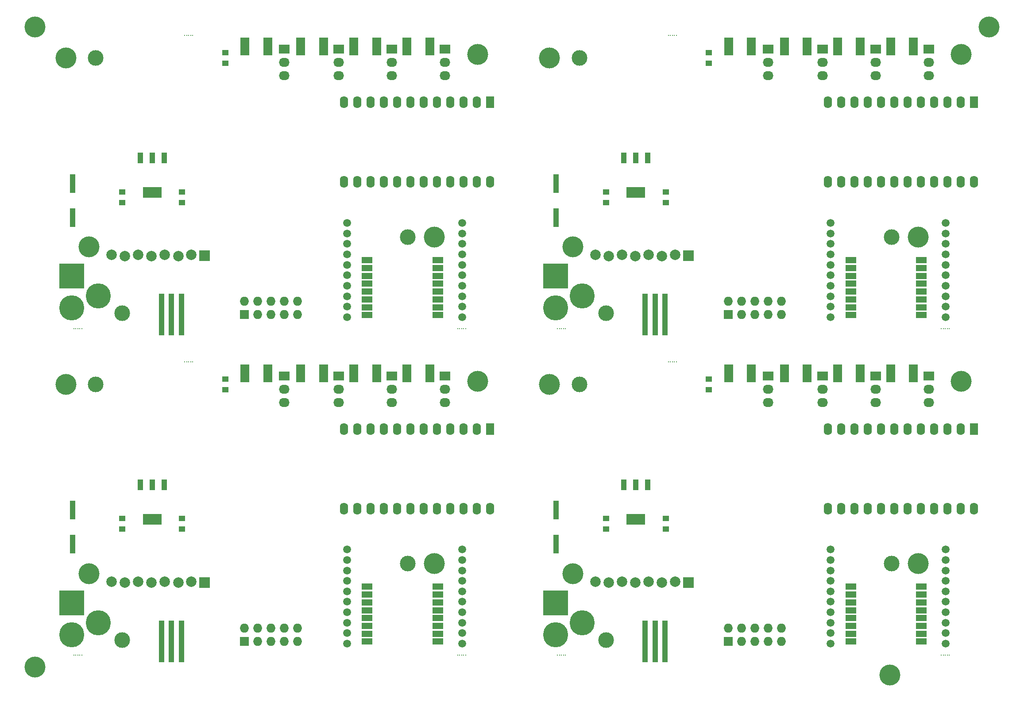
<source format=gts>
G04 #@! TF.FileFunction,Soldermask,Top*
%FSLAX46Y46*%
G04 Gerber Fmt 4.6, Leading zero omitted, Abs format (unit mm)*
G04 Created by KiCad (PCBNEW (2015-01-16 BZR 5376)-product) date 12/06/2015 15:21:38*
%MOMM*%
G01*
G04 APERTURE LIST*
%ADD10C,0.100000*%
%ADD11R,2.000000X1.200000*%
%ADD12R,1.000000X8.000000*%
%ADD13C,4.000000*%
%ADD14C,0.300000*%
%ADD15C,3.000000*%
%ADD16R,1.250000X1.000000*%
%ADD17R,1.780000X3.500000*%
%ADD18C,1.500000*%
%ADD19R,2.032000X1.727200*%
%ADD20O,2.032000X1.727200*%
%ADD21R,3.657600X2.032000*%
%ADD22R,1.016000X2.032000*%
%ADD23C,4.800600*%
%ADD24R,4.800600X4.800600*%
%ADD25R,1.727200X1.727200*%
%ADD26O,1.727200X1.727200*%
%ADD27R,1.100000X3.600000*%
%ADD28C,2.000000*%
%ADD29R,2.000000X2.000000*%
%ADD30R,1.574800X2.286000*%
%ADD31O,1.574800X2.286000*%
G04 APERTURE END LIST*
D10*
D11*
X124563000Y-152639000D03*
X124563000Y-151139000D03*
X124563000Y-149639000D03*
X124563000Y-148139000D03*
X124563000Y-146639000D03*
X124563000Y-145139000D03*
X124563000Y-143639000D03*
X124563000Y-142139000D03*
X111063000Y-142139000D03*
X111063000Y-143639000D03*
X111063000Y-145139000D03*
X111063000Y-146639000D03*
X111063000Y-148139000D03*
X111063000Y-149639000D03*
X111063000Y-151139000D03*
X111063000Y-152639000D03*
X217063000Y-152639000D03*
X217063000Y-151139000D03*
X217063000Y-149639000D03*
X217063000Y-148139000D03*
X217063000Y-146639000D03*
X217063000Y-145139000D03*
X217063000Y-143639000D03*
X217063000Y-142139000D03*
X203563000Y-142139000D03*
X203563000Y-143639000D03*
X203563000Y-145139000D03*
X203563000Y-146639000D03*
X203563000Y-148139000D03*
X203563000Y-149639000D03*
X203563000Y-151139000D03*
X203563000Y-152639000D03*
D12*
X164208000Y-152569000D03*
X166113000Y-152569000D03*
X168018000Y-152569000D03*
D11*
X217063000Y-90139000D03*
X217063000Y-88639000D03*
X217063000Y-87139000D03*
X217063000Y-85639000D03*
X217063000Y-84139000D03*
X217063000Y-82639000D03*
X217063000Y-81139000D03*
X217063000Y-79639000D03*
X203563000Y-79639000D03*
X203563000Y-81139000D03*
X203563000Y-82639000D03*
X203563000Y-84139000D03*
X203563000Y-85639000D03*
X203563000Y-87139000D03*
X203563000Y-88639000D03*
X203563000Y-90139000D03*
D12*
X164208000Y-90069000D03*
X166113000Y-90069000D03*
X168018000Y-90069000D03*
X71708000Y-152569000D03*
X73613000Y-152569000D03*
X75518000Y-152569000D03*
X71708000Y-90069000D03*
X73613000Y-90069000D03*
X75518000Y-90069000D03*
D11*
X124563000Y-90139000D03*
X124563000Y-88639000D03*
X124563000Y-87139000D03*
X124563000Y-85639000D03*
X124563000Y-84139000D03*
X124563000Y-82639000D03*
X124563000Y-81139000D03*
X124563000Y-79639000D03*
X111063000Y-79639000D03*
X111063000Y-81139000D03*
X111063000Y-82639000D03*
X111063000Y-84139000D03*
X111063000Y-85639000D03*
X111063000Y-87139000D03*
X111063000Y-88639000D03*
X111063000Y-90139000D03*
D13*
X47500000Y-157500000D03*
X230000000Y-35000000D03*
X211000000Y-159000000D03*
X47500000Y-35000000D03*
D14*
X77677000Y-99102000D03*
X77296000Y-99102000D03*
X76915000Y-99102000D03*
X76534000Y-99102000D03*
D15*
X118825000Y-137710000D03*
X64215000Y-152315000D03*
D16*
X83900000Y-104420000D03*
X83900000Y-102420000D03*
X75645000Y-131090000D03*
X75645000Y-129090000D03*
X64215000Y-129090000D03*
X64215000Y-131090000D03*
D13*
X123905000Y-137710000D03*
X57865000Y-139615000D03*
X132160000Y-102785000D03*
X53420000Y-103420000D03*
D17*
X92039000Y-101261000D03*
X87699000Y-101261000D03*
X112867000Y-101261000D03*
X108527000Y-101261000D03*
X102707000Y-101261000D03*
X98367000Y-101261000D03*
X123027000Y-101261000D03*
X118687000Y-101261000D03*
D18*
X129190000Y-153020000D03*
X129190000Y-151020000D03*
X129190000Y-149020000D03*
X129190000Y-147020000D03*
X129190000Y-145020000D03*
X129190000Y-143020000D03*
X129190000Y-141020000D03*
X129190000Y-139020000D03*
X129190000Y-137020000D03*
X129190000Y-135020000D03*
X107190000Y-135020000D03*
X107190000Y-137020000D03*
X107190000Y-139020000D03*
X107190000Y-141020000D03*
X107190000Y-143020000D03*
X107190000Y-145020000D03*
X107190000Y-147020000D03*
X107190000Y-149020000D03*
X107190000Y-151020000D03*
X107190000Y-153020000D03*
D19*
X95203000Y-101769000D03*
D20*
X95203000Y-104309000D03*
X95203000Y-106849000D03*
D19*
X125937000Y-101769000D03*
D20*
X125937000Y-104309000D03*
X125937000Y-106849000D03*
D19*
X115777000Y-101769000D03*
D20*
X115777000Y-104309000D03*
X115777000Y-106849000D03*
D19*
X105617000Y-101769000D03*
D20*
X105617000Y-104309000D03*
X105617000Y-106849000D03*
D21*
X69930000Y-129201000D03*
D22*
X69930000Y-122597000D03*
X67644000Y-122597000D03*
X72216000Y-122597000D03*
D23*
X54563000Y-151299000D03*
D24*
X54563000Y-145203000D03*
D23*
X59643000Y-149013000D03*
D25*
X87583000Y-152569000D03*
D26*
X87583000Y-150029000D03*
X90123000Y-152569000D03*
X90123000Y-150029000D03*
X92663000Y-152569000D03*
X92663000Y-150029000D03*
X95203000Y-152569000D03*
X95203000Y-150029000D03*
X97743000Y-152569000D03*
X97743000Y-150029000D03*
D27*
X54690000Y-133975000D03*
X54690000Y-127475000D03*
D15*
X59135000Y-103420000D03*
D28*
X62183000Y-141139000D03*
X64723000Y-141349000D03*
X67263000Y-141139000D03*
X69823000Y-141349000D03*
X72343000Y-141139000D03*
X74923000Y-141349000D03*
X77423000Y-141139000D03*
D29*
X79973000Y-141299000D03*
D14*
X76153000Y-99102000D03*
X128350000Y-155236000D03*
X128731000Y-155236000D03*
X129112000Y-155236000D03*
X129493000Y-155236000D03*
X129874000Y-155236000D03*
X54944000Y-155236000D03*
X55325000Y-155236000D03*
X55706000Y-155236000D03*
X56087000Y-155236000D03*
X56468000Y-155236000D03*
D30*
X134573000Y-111929000D03*
D31*
X132033000Y-111929000D03*
X129493000Y-111929000D03*
X126953000Y-111929000D03*
X124413000Y-111929000D03*
X121873000Y-111929000D03*
X119333000Y-111929000D03*
X116793000Y-111929000D03*
X114253000Y-111929000D03*
X111713000Y-111929000D03*
X109173000Y-111929000D03*
X106633000Y-111929000D03*
X106633000Y-127169000D03*
X109173000Y-127169000D03*
X111713000Y-127169000D03*
X114253000Y-127169000D03*
X116793000Y-127169000D03*
X119333000Y-127169000D03*
X121873000Y-127169000D03*
X124413000Y-127169000D03*
X126953000Y-127169000D03*
X129493000Y-127169000D03*
X132033000Y-127169000D03*
X134573000Y-127169000D03*
D30*
X227073000Y-111929000D03*
D31*
X224533000Y-111929000D03*
X221993000Y-111929000D03*
X219453000Y-111929000D03*
X216913000Y-111929000D03*
X214373000Y-111929000D03*
X211833000Y-111929000D03*
X209293000Y-111929000D03*
X206753000Y-111929000D03*
X204213000Y-111929000D03*
X201673000Y-111929000D03*
X199133000Y-111929000D03*
X199133000Y-127169000D03*
X201673000Y-127169000D03*
X204213000Y-127169000D03*
X206753000Y-127169000D03*
X209293000Y-127169000D03*
X211833000Y-127169000D03*
X214373000Y-127169000D03*
X216913000Y-127169000D03*
X219453000Y-127169000D03*
X221993000Y-127169000D03*
X224533000Y-127169000D03*
X227073000Y-127169000D03*
D14*
X148968000Y-155236000D03*
X148587000Y-155236000D03*
X148206000Y-155236000D03*
X147825000Y-155236000D03*
X147444000Y-155236000D03*
X222374000Y-155236000D03*
X221993000Y-155236000D03*
X221612000Y-155236000D03*
X221231000Y-155236000D03*
X220850000Y-155236000D03*
X168653000Y-99102000D03*
D28*
X154683000Y-141139000D03*
X157223000Y-141349000D03*
X159763000Y-141139000D03*
X162323000Y-141349000D03*
X164843000Y-141139000D03*
X167423000Y-141349000D03*
X169923000Y-141139000D03*
D29*
X172473000Y-141299000D03*
D15*
X151635000Y-103420000D03*
D27*
X147190000Y-133975000D03*
X147190000Y-127475000D03*
D25*
X180083000Y-152569000D03*
D26*
X180083000Y-150029000D03*
X182623000Y-152569000D03*
X182623000Y-150029000D03*
X185163000Y-152569000D03*
X185163000Y-150029000D03*
X187703000Y-152569000D03*
X187703000Y-150029000D03*
X190243000Y-152569000D03*
X190243000Y-150029000D03*
D23*
X147063000Y-151299000D03*
D24*
X147063000Y-145203000D03*
D23*
X152143000Y-149013000D03*
D21*
X162430000Y-129201000D03*
D22*
X162430000Y-122597000D03*
X160144000Y-122597000D03*
X164716000Y-122597000D03*
D19*
X198117000Y-101769000D03*
D20*
X198117000Y-104309000D03*
X198117000Y-106849000D03*
D19*
X208277000Y-101769000D03*
D20*
X208277000Y-104309000D03*
X208277000Y-106849000D03*
D19*
X218437000Y-101769000D03*
D20*
X218437000Y-104309000D03*
X218437000Y-106849000D03*
D19*
X187703000Y-101769000D03*
D20*
X187703000Y-104309000D03*
X187703000Y-106849000D03*
D18*
X221690000Y-153020000D03*
X221690000Y-151020000D03*
X221690000Y-149020000D03*
X221690000Y-147020000D03*
X221690000Y-145020000D03*
X221690000Y-143020000D03*
X221690000Y-141020000D03*
X221690000Y-139020000D03*
X221690000Y-137020000D03*
X221690000Y-135020000D03*
X199690000Y-135020000D03*
X199690000Y-137020000D03*
X199690000Y-139020000D03*
X199690000Y-141020000D03*
X199690000Y-143020000D03*
X199690000Y-145020000D03*
X199690000Y-147020000D03*
X199690000Y-149020000D03*
X199690000Y-151020000D03*
X199690000Y-153020000D03*
D17*
X215527000Y-101261000D03*
X211187000Y-101261000D03*
X195207000Y-101261000D03*
X190867000Y-101261000D03*
X205367000Y-101261000D03*
X201027000Y-101261000D03*
X184539000Y-101261000D03*
X180199000Y-101261000D03*
D13*
X145920000Y-103420000D03*
X224660000Y-102785000D03*
X150365000Y-139615000D03*
X216405000Y-137710000D03*
D16*
X156715000Y-129090000D03*
X156715000Y-131090000D03*
X168145000Y-131090000D03*
X168145000Y-129090000D03*
X176400000Y-104420000D03*
X176400000Y-102420000D03*
D15*
X156715000Y-152315000D03*
X211325000Y-137710000D03*
D14*
X169034000Y-99102000D03*
X169415000Y-99102000D03*
X169796000Y-99102000D03*
X170177000Y-99102000D03*
X170177000Y-36602000D03*
X169796000Y-36602000D03*
X169415000Y-36602000D03*
X169034000Y-36602000D03*
D15*
X211325000Y-75210000D03*
X156715000Y-89815000D03*
D16*
X176400000Y-41920000D03*
X176400000Y-39920000D03*
X168145000Y-68590000D03*
X168145000Y-66590000D03*
X156715000Y-66590000D03*
X156715000Y-68590000D03*
D13*
X216405000Y-75210000D03*
X150365000Y-77115000D03*
X224660000Y-40285000D03*
X145920000Y-40920000D03*
D17*
X184539000Y-38761000D03*
X180199000Y-38761000D03*
X205367000Y-38761000D03*
X201027000Y-38761000D03*
X195207000Y-38761000D03*
X190867000Y-38761000D03*
X215527000Y-38761000D03*
X211187000Y-38761000D03*
D18*
X221690000Y-90520000D03*
X221690000Y-88520000D03*
X221690000Y-86520000D03*
X221690000Y-84520000D03*
X221690000Y-82520000D03*
X221690000Y-80520000D03*
X221690000Y-78520000D03*
X221690000Y-76520000D03*
X221690000Y-74520000D03*
X221690000Y-72520000D03*
X199690000Y-72520000D03*
X199690000Y-74520000D03*
X199690000Y-76520000D03*
X199690000Y-78520000D03*
X199690000Y-80520000D03*
X199690000Y-82520000D03*
X199690000Y-84520000D03*
X199690000Y-86520000D03*
X199690000Y-88520000D03*
X199690000Y-90520000D03*
D19*
X187703000Y-39269000D03*
D20*
X187703000Y-41809000D03*
X187703000Y-44349000D03*
D19*
X218437000Y-39269000D03*
D20*
X218437000Y-41809000D03*
X218437000Y-44349000D03*
D19*
X208277000Y-39269000D03*
D20*
X208277000Y-41809000D03*
X208277000Y-44349000D03*
D19*
X198117000Y-39269000D03*
D20*
X198117000Y-41809000D03*
X198117000Y-44349000D03*
D21*
X162430000Y-66701000D03*
D22*
X162430000Y-60097000D03*
X160144000Y-60097000D03*
X164716000Y-60097000D03*
D23*
X147063000Y-88799000D03*
D24*
X147063000Y-82703000D03*
D23*
X152143000Y-86513000D03*
D25*
X180083000Y-90069000D03*
D26*
X180083000Y-87529000D03*
X182623000Y-90069000D03*
X182623000Y-87529000D03*
X185163000Y-90069000D03*
X185163000Y-87529000D03*
X187703000Y-90069000D03*
X187703000Y-87529000D03*
X190243000Y-90069000D03*
X190243000Y-87529000D03*
D27*
X147190000Y-71475000D03*
X147190000Y-64975000D03*
D15*
X151635000Y-40920000D03*
D28*
X154683000Y-78639000D03*
X157223000Y-78849000D03*
X159763000Y-78639000D03*
X162323000Y-78849000D03*
X164843000Y-78639000D03*
X167423000Y-78849000D03*
X169923000Y-78639000D03*
D29*
X172473000Y-78799000D03*
D14*
X168653000Y-36602000D03*
X220850000Y-92736000D03*
X221231000Y-92736000D03*
X221612000Y-92736000D03*
X221993000Y-92736000D03*
X222374000Y-92736000D03*
X147444000Y-92736000D03*
X147825000Y-92736000D03*
X148206000Y-92736000D03*
X148587000Y-92736000D03*
X148968000Y-92736000D03*
D30*
X227073000Y-49429000D03*
D31*
X224533000Y-49429000D03*
X221993000Y-49429000D03*
X219453000Y-49429000D03*
X216913000Y-49429000D03*
X214373000Y-49429000D03*
X211833000Y-49429000D03*
X209293000Y-49429000D03*
X206753000Y-49429000D03*
X204213000Y-49429000D03*
X201673000Y-49429000D03*
X199133000Y-49429000D03*
X199133000Y-64669000D03*
X201673000Y-64669000D03*
X204213000Y-64669000D03*
X206753000Y-64669000D03*
X209293000Y-64669000D03*
X211833000Y-64669000D03*
X214373000Y-64669000D03*
X216913000Y-64669000D03*
X219453000Y-64669000D03*
X221993000Y-64669000D03*
X224533000Y-64669000D03*
X227073000Y-64669000D03*
D30*
X134573000Y-49429000D03*
D31*
X132033000Y-49429000D03*
X129493000Y-49429000D03*
X126953000Y-49429000D03*
X124413000Y-49429000D03*
X121873000Y-49429000D03*
X119333000Y-49429000D03*
X116793000Y-49429000D03*
X114253000Y-49429000D03*
X111713000Y-49429000D03*
X109173000Y-49429000D03*
X106633000Y-49429000D03*
X106633000Y-64669000D03*
X109173000Y-64669000D03*
X111713000Y-64669000D03*
X114253000Y-64669000D03*
X116793000Y-64669000D03*
X119333000Y-64669000D03*
X121873000Y-64669000D03*
X124413000Y-64669000D03*
X126953000Y-64669000D03*
X129493000Y-64669000D03*
X132033000Y-64669000D03*
X134573000Y-64669000D03*
D14*
X56468000Y-92736000D03*
X56087000Y-92736000D03*
X55706000Y-92736000D03*
X55325000Y-92736000D03*
X54944000Y-92736000D03*
X129874000Y-92736000D03*
X129493000Y-92736000D03*
X129112000Y-92736000D03*
X128731000Y-92736000D03*
X128350000Y-92736000D03*
X76153000Y-36602000D03*
D28*
X62183000Y-78639000D03*
X64723000Y-78849000D03*
X67263000Y-78639000D03*
X69823000Y-78849000D03*
X72343000Y-78639000D03*
X74923000Y-78849000D03*
X77423000Y-78639000D03*
D29*
X79973000Y-78799000D03*
D15*
X59135000Y-40920000D03*
D27*
X54690000Y-71475000D03*
X54690000Y-64975000D03*
D25*
X87583000Y-90069000D03*
D26*
X87583000Y-87529000D03*
X90123000Y-90069000D03*
X90123000Y-87529000D03*
X92663000Y-90069000D03*
X92663000Y-87529000D03*
X95203000Y-90069000D03*
X95203000Y-87529000D03*
X97743000Y-90069000D03*
X97743000Y-87529000D03*
D23*
X54563000Y-88799000D03*
D24*
X54563000Y-82703000D03*
D23*
X59643000Y-86513000D03*
D21*
X69930000Y-66701000D03*
D22*
X69930000Y-60097000D03*
X67644000Y-60097000D03*
X72216000Y-60097000D03*
D19*
X105617000Y-39269000D03*
D20*
X105617000Y-41809000D03*
X105617000Y-44349000D03*
D19*
X115777000Y-39269000D03*
D20*
X115777000Y-41809000D03*
X115777000Y-44349000D03*
D19*
X125937000Y-39269000D03*
D20*
X125937000Y-41809000D03*
X125937000Y-44349000D03*
D19*
X95203000Y-39269000D03*
D20*
X95203000Y-41809000D03*
X95203000Y-44349000D03*
D18*
X129190000Y-90520000D03*
X129190000Y-88520000D03*
X129190000Y-86520000D03*
X129190000Y-84520000D03*
X129190000Y-82520000D03*
X129190000Y-80520000D03*
X129190000Y-78520000D03*
X129190000Y-76520000D03*
X129190000Y-74520000D03*
X129190000Y-72520000D03*
X107190000Y-72520000D03*
X107190000Y-74520000D03*
X107190000Y-76520000D03*
X107190000Y-78520000D03*
X107190000Y-80520000D03*
X107190000Y-82520000D03*
X107190000Y-84520000D03*
X107190000Y-86520000D03*
X107190000Y-88520000D03*
X107190000Y-90520000D03*
D17*
X123027000Y-38761000D03*
X118687000Y-38761000D03*
X102707000Y-38761000D03*
X98367000Y-38761000D03*
X112867000Y-38761000D03*
X108527000Y-38761000D03*
X92039000Y-38761000D03*
X87699000Y-38761000D03*
D13*
X53420000Y-40920000D03*
X132160000Y-40285000D03*
X57865000Y-77115000D03*
X123905000Y-75210000D03*
D16*
X64215000Y-66590000D03*
X64215000Y-68590000D03*
X75645000Y-68590000D03*
X75645000Y-66590000D03*
X83900000Y-41920000D03*
X83900000Y-39920000D03*
D15*
X64215000Y-89815000D03*
X118825000Y-75210000D03*
D14*
X76534000Y-36602000D03*
X76915000Y-36602000D03*
X77296000Y-36602000D03*
X77677000Y-36602000D03*
M02*

</source>
